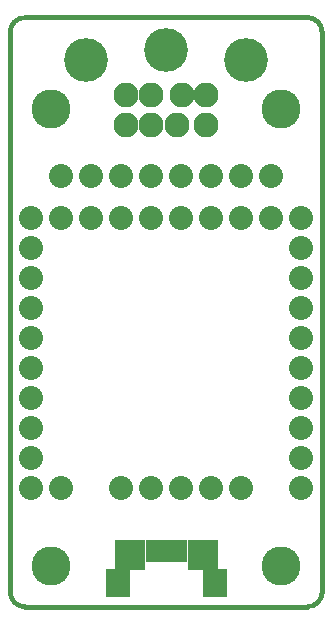
<source format=gbs>
G04 (created by PCBNEW (2013-04-19 BZR 4011)-stable) date 09/05/2013 23:39:35*
%MOIN*%
G04 Gerber Fmt 3.4, Leading zero omitted, Abs format*
%FSLAX34Y34*%
G01*
G70*
G90*
G04 APERTURE LIST*
%ADD10C,2.3622e-006*%
%ADD11C,0.015*%
%ADD12C,0.08*%
%ADD13C,0.0829921*%
%ADD14C,0.145984*%
%ADD15R,0.035748X0.0731496*%
%ADD16R,0.102677X0.0987402*%
%ADD17R,0.0829921X0.0948031*%
%ADD18C,0.130236*%
G04 APERTURE END LIST*
G54D10*
G54D11*
X10400Y-500D02*
X10400Y-19150D01*
X0Y-19150D02*
X0Y-500D01*
X9900Y-19650D02*
X500Y-19650D01*
X9900Y-19650D02*
G75*
G03X10400Y-19150I0J500D01*
G74*
G01*
X0Y-19150D02*
G75*
G03X500Y-19650I500J0D01*
G74*
G01*
X500Y0D02*
X9900Y0D01*
X500Y0D02*
G75*
G03X0Y-500I0J-500D01*
G74*
G01*
X10400Y-500D02*
G75*
G03X9900Y0I-500J0D01*
G74*
G01*
G54D12*
X700Y-6700D03*
X9700Y-15700D03*
X4700Y-15700D03*
X5700Y-15700D03*
X6700Y-5300D03*
X1700Y-6700D03*
X9700Y-10700D03*
X9700Y-8700D03*
X9700Y-9700D03*
X9700Y-7700D03*
X9700Y-11700D03*
X9700Y-12700D03*
X9700Y-13700D03*
X7700Y-15700D03*
X8700Y-5300D03*
X7700Y-5300D03*
X700Y-7700D03*
X1700Y-15700D03*
X9700Y-6700D03*
X3700Y-15700D03*
X6700Y-15700D03*
X9700Y-14700D03*
X700Y-15700D03*
X700Y-14700D03*
X700Y-13700D03*
X700Y-12700D03*
X2700Y-6700D03*
X700Y-10700D03*
X700Y-9700D03*
X700Y-8700D03*
X8700Y-6700D03*
X7700Y-6700D03*
X6700Y-6700D03*
X5700Y-6700D03*
X4700Y-6700D03*
X3700Y-6700D03*
X700Y-11700D03*
X1700Y-5300D03*
X2700Y-5300D03*
X3700Y-5300D03*
X4700Y-5300D03*
X5700Y-5300D03*
G54D13*
X3861Y-2596D03*
X6538Y-2596D03*
X3861Y-3580D03*
X6538Y-3580D03*
G54D14*
X5200Y-1100D03*
X2542Y-1414D03*
X7857Y-1414D03*
G54D13*
X4688Y-2596D03*
X5711Y-2596D03*
X4688Y-3580D03*
X5554Y-3580D03*
G54D15*
X4689Y-17797D03*
G54D16*
X6420Y-17925D03*
X3980Y-17925D03*
G54D17*
X6814Y-18850D03*
X3586Y-18850D03*
G54D15*
X4944Y-17797D03*
X5200Y-17797D03*
X5456Y-17797D03*
X5712Y-17797D03*
G54D18*
X9025Y-18275D03*
X1375Y-3050D03*
X9025Y-3050D03*
X1375Y-18275D03*
M02*

</source>
